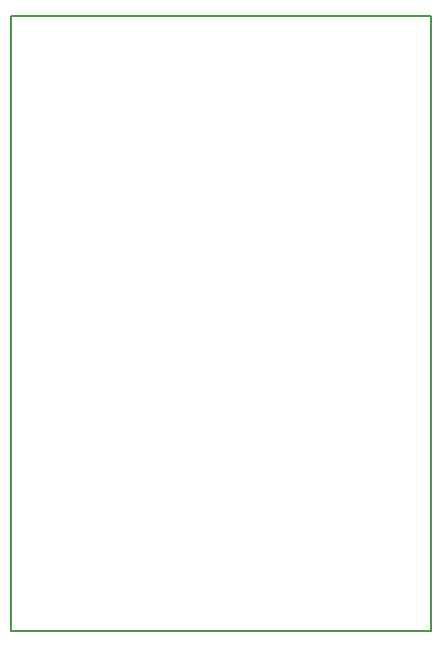
<source format=gm1>
G04 #@! TF.FileFunction,Profile,NP*
%FSLAX46Y46*%
G04 Gerber Fmt 4.6, Leading zero omitted, Abs format (unit mm)*
G04 Created by KiCad (PCBNEW 4.0.4+e1-6308~48~ubuntu16.04.1-stable) date Fri Nov  4 19:32:53 2016*
%MOMM*%
%LPD*%
G01*
G04 APERTURE LIST*
%ADD10C,0.100000*%
%ADD11C,0.150000*%
G04 APERTURE END LIST*
D10*
D11*
X92710000Y-102870000D02*
X57150000Y-102870000D01*
X92710000Y-50800000D02*
X92710000Y-102870000D01*
X57150000Y-50800000D02*
X92710000Y-50800000D01*
X57150000Y-50800000D02*
X57150000Y-102870000D01*
M02*

</source>
